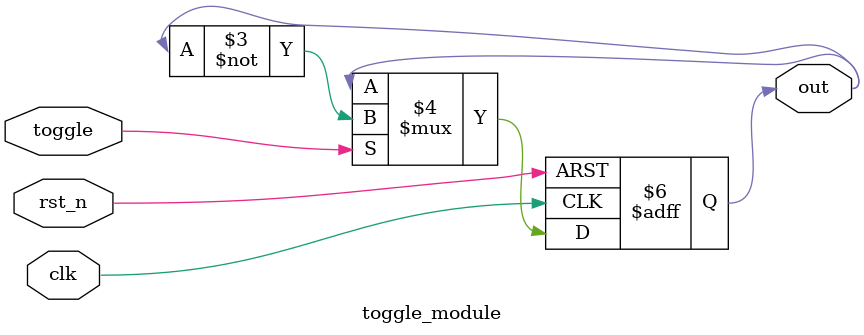
<source format=sv>
module toggle_module (
  input  logic clk,
  input  logic rst_n,
  input  logic toggle,
  output logic out
);

  always_ff @(posedge clk or negedge rst_n) begin
    if (!rst_n)
      out <= 0;
    else if (toggle)
      out <= ~out;
  end

endmodule

</source>
